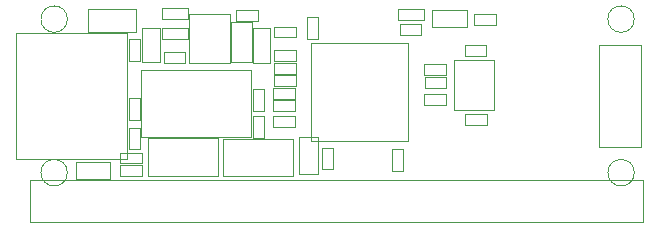
<source format=gbr>
%TF.GenerationSoftware,KiCad,Pcbnew,8.0.4*%
%TF.CreationDate,2024-08-29T23:33:12+05:30*%
%TF.ProjectId,Mitayi-Pico-RP2040,4d697461-7969-42d5-9069-636f2d525032,0.6*%
%TF.SameCoordinates,PX73df160PY5f2d3c0*%
%TF.FileFunction,Other,User*%
%FSLAX46Y46*%
G04 Gerber Fmt 4.6, Leading zero omitted, Abs format (unit mm)*
G04 Created by KiCad (PCBNEW 8.0.4) date 2024-08-29 23:33:12*
%MOMM*%
%LPD*%
G01*
G04 APERTURE LIST*
%ADD10C,0.050000*%
G04 APERTURE END LIST*
D10*
X30610000Y17870000D02*
X32810000Y17870000D01*
X30610000Y16930000D02*
X30610000Y17870000D01*
X32810000Y17870000D02*
X32810000Y16930000D01*
X32810000Y16930000D02*
X30610000Y16930000D01*
X33470000Y17760000D02*
X36430000Y17760000D01*
X33470000Y16300000D02*
X33470000Y17760000D01*
X36430000Y17760000D02*
X36430000Y16300000D01*
X36430000Y16300000D02*
X33470000Y16300000D01*
X36310000Y8970000D02*
X38130000Y8970000D01*
X36310000Y8050000D02*
X36310000Y8970000D01*
X38130000Y8970000D02*
X38130000Y8050000D01*
X38130000Y8050000D02*
X36310000Y8050000D01*
X24210000Y6100000D02*
X25130000Y6100000D01*
X24210000Y4280000D02*
X24210000Y6100000D01*
X25130000Y6100000D02*
X25130000Y4280000D01*
X25130000Y4280000D02*
X24210000Y4280000D01*
X8980000Y16290000D02*
X10440000Y16290000D01*
X8980000Y13330000D02*
X8980000Y16290000D01*
X10440000Y16290000D02*
X10440000Y13330000D01*
X10440000Y13330000D02*
X8980000Y13330000D01*
X30140000Y5990000D02*
X31060000Y5990000D01*
X30140000Y4170000D02*
X30140000Y5990000D01*
X31060000Y5990000D02*
X31060000Y4170000D01*
X31060000Y4170000D02*
X30140000Y4170000D01*
X20160000Y16365000D02*
X21980000Y16365000D01*
X20160000Y15445000D02*
X20160000Y16365000D01*
X21980000Y16365000D02*
X21980000Y15445000D01*
X21980000Y15445000D02*
X20160000Y15445000D01*
X7100000Y5700000D02*
X8920000Y5700000D01*
X7100000Y4780000D02*
X7100000Y5700000D01*
X8920000Y5700000D02*
X8920000Y4780000D01*
X8920000Y4780000D02*
X7100000Y4780000D01*
X18360000Y8780000D02*
X19300000Y8780000D01*
X18360000Y6920000D02*
X18360000Y8780000D01*
X19300000Y8780000D02*
X19300000Y6920000D01*
X19300000Y6920000D02*
X18360000Y6920000D01*
X37040000Y17430000D02*
X38900000Y17430000D01*
X37040000Y16490000D02*
X37040000Y17430000D01*
X38900000Y17430000D02*
X38900000Y16490000D01*
X38900000Y16490000D02*
X37040000Y16490000D01*
X50628034Y17000000D02*
G75*
G02*
X48391966Y17000000I-1118034J0D01*
G01*
X48391966Y17000000D02*
G75*
G02*
X50628034Y17000000I1118034J0D01*
G01*
X32850000Y10690000D02*
X34710000Y10690000D01*
X32850000Y9750000D02*
X32850000Y10690000D01*
X34710000Y10690000D02*
X34710000Y9750000D01*
X34710000Y9750000D02*
X32850000Y9750000D01*
X22910000Y17140000D02*
X23830000Y17140000D01*
X22910000Y15320000D02*
X22910000Y17140000D01*
X23830000Y17140000D02*
X23830000Y15320000D01*
X23830000Y15320000D02*
X22910000Y15320000D01*
X23250000Y14940000D02*
X23250000Y6700000D01*
X23250000Y6700000D02*
X31490000Y6700000D01*
X31490000Y14940000D02*
X23250000Y14940000D01*
X31490000Y6700000D02*
X31490000Y14940000D01*
X20120000Y12295000D02*
X21980000Y12295000D01*
X20120000Y11355000D02*
X20120000Y12295000D01*
X21980000Y12295000D02*
X21980000Y11355000D01*
X21980000Y11355000D02*
X20120000Y11355000D01*
X32860000Y13210000D02*
X34680000Y13210000D01*
X32860000Y12290000D02*
X32860000Y13210000D01*
X34680000Y13210000D02*
X34680000Y12290000D01*
X34680000Y12290000D02*
X32860000Y12290000D01*
X8900000Y12720000D02*
X8900000Y7000000D01*
X8900000Y7000000D02*
X18200000Y7000000D01*
X18200000Y12720000D02*
X8900000Y12720000D01*
X18200000Y7000000D02*
X18200000Y12720000D01*
X20065000Y11180000D02*
X21885000Y11180000D01*
X20065000Y10260000D02*
X20065000Y11180000D01*
X21885000Y11180000D02*
X21885000Y10260000D01*
X21885000Y10260000D02*
X20065000Y10260000D01*
X18360000Y11110000D02*
X19300000Y11110000D01*
X18360000Y9250000D02*
X18360000Y11110000D01*
X19300000Y11110000D02*
X19300000Y9250000D01*
X19300000Y9250000D02*
X18360000Y9250000D01*
X20150000Y14390000D02*
X21970000Y14390000D01*
X20150000Y13470000D02*
X20150000Y14390000D01*
X21970000Y14390000D02*
X21970000Y13470000D01*
X21970000Y13470000D02*
X20150000Y13470000D01*
X7840000Y7820000D02*
X8760000Y7820000D01*
X7840000Y6000000D02*
X7840000Y7820000D01*
X8760000Y7820000D02*
X8760000Y6000000D01*
X8760000Y6000000D02*
X7840000Y6000000D01*
X47600000Y14800000D02*
X47600000Y6150000D01*
X47600000Y6150000D02*
X51200000Y6150000D01*
X51200000Y14800000D02*
X47600000Y14800000D01*
X51200000Y6150000D02*
X51200000Y14800000D01*
X10650000Y17970000D02*
X12850000Y17970000D01*
X10650000Y17030000D02*
X10650000Y17970000D01*
X12850000Y17970000D02*
X12850000Y17030000D01*
X12850000Y17030000D02*
X10650000Y17030000D01*
X16880000Y17770000D02*
X18740000Y17770000D01*
X16880000Y16830000D02*
X16880000Y17770000D01*
X18740000Y17770000D02*
X18740000Y16830000D01*
X18740000Y16830000D02*
X16880000Y16830000D01*
X32870000Y12090000D02*
X34690000Y12090000D01*
X32870000Y11170000D02*
X32870000Y12090000D01*
X34690000Y12090000D02*
X34690000Y11170000D01*
X34690000Y11170000D02*
X32870000Y11170000D01*
X30780000Y16560000D02*
X32600000Y16560000D01*
X30780000Y15640000D02*
X30780000Y16560000D01*
X32600000Y16560000D02*
X32600000Y15640000D01*
X32600000Y15640000D02*
X30780000Y15640000D01*
X18350000Y16270000D02*
X19810000Y16270000D01*
X18350000Y13310000D02*
X18350000Y16270000D01*
X19810000Y16270000D02*
X19810000Y13310000D01*
X19810000Y13310000D02*
X18350000Y13310000D01*
X50628034Y4000000D02*
G75*
G02*
X48391966Y4000000I-1118034J0D01*
G01*
X48391966Y4000000D02*
G75*
G02*
X50628034Y4000000I1118034J0D01*
G01*
X-1720000Y15830000D02*
X-1720000Y5190000D01*
X7700000Y15830000D02*
X-1720000Y15830000D01*
X7700000Y15830000D02*
X7700000Y5190000D01*
X7700000Y5190000D02*
X-1720000Y5190000D01*
X22235000Y3890000D02*
X22235000Y6990000D01*
X22235000Y3890000D02*
X23835000Y3890000D01*
X23835000Y6990000D02*
X22235000Y6990000D01*
X23835000Y6990000D02*
X23835000Y3890000D01*
X10770000Y14220000D02*
X12590000Y14220000D01*
X10770000Y13300000D02*
X10770000Y14220000D01*
X12590000Y14220000D02*
X12590000Y13300000D01*
X12590000Y13300000D02*
X10770000Y13300000D01*
X10650000Y16220000D02*
X12850000Y16220000D01*
X10650000Y15280000D02*
X10650000Y16220000D01*
X12850000Y16220000D02*
X12850000Y15280000D01*
X12850000Y15280000D02*
X10650000Y15280000D01*
X7830000Y10280000D02*
X8770000Y10280000D01*
X7830000Y8420000D02*
X7830000Y10280000D01*
X8770000Y10280000D02*
X8770000Y8420000D01*
X8770000Y8420000D02*
X7830000Y8420000D01*
X35350000Y13530000D02*
X35350000Y9330000D01*
X35350000Y9330000D02*
X38750000Y9330000D01*
X38750000Y13530000D02*
X35350000Y13530000D01*
X38750000Y9330000D02*
X38750000Y13530000D01*
X7050000Y4640000D02*
X8910000Y4640000D01*
X7050000Y3700000D02*
X7050000Y4640000D01*
X8910000Y4640000D02*
X8910000Y3700000D01*
X8910000Y3700000D02*
X7050000Y3700000D01*
X4400000Y15950000D02*
X4400000Y17850000D01*
X8400000Y17850000D02*
X4400000Y17850000D01*
X8400000Y15950000D02*
X4400000Y15950000D01*
X8400000Y15950000D02*
X8400000Y17850000D01*
X3320000Y4930000D02*
X6280000Y4930000D01*
X3320000Y3470000D02*
X3320000Y4930000D01*
X6280000Y4930000D02*
X6280000Y3470000D01*
X6280000Y3470000D02*
X3320000Y3470000D01*
X2628034Y17000000D02*
G75*
G02*
X391966Y17000000I-1118034J0D01*
G01*
X391966Y17000000D02*
G75*
G02*
X2628034Y17000000I1118034J0D01*
G01*
X2628034Y4000000D02*
G75*
G02*
X391966Y4000000I-1118034J0D01*
G01*
X391966Y4000000D02*
G75*
G02*
X2628034Y4000000I1118034J0D01*
G01*
X9450000Y6900000D02*
X15350000Y6900000D01*
X15350000Y3700000D01*
X9450000Y3700000D01*
X9450000Y6900000D01*
X36280000Y14790000D02*
X38100000Y14790000D01*
X36280000Y13870000D02*
X36280000Y14790000D01*
X38100000Y14790000D02*
X38100000Y13870000D01*
X38100000Y13870000D02*
X36280000Y13870000D01*
X20060000Y10180000D02*
X21880000Y10180000D01*
X20060000Y9260000D02*
X20060000Y10180000D01*
X21880000Y10180000D02*
X21880000Y9260000D01*
X21880000Y9260000D02*
X20060000Y9260000D01*
X20120000Y13295000D02*
X21980000Y13295000D01*
X20120000Y12355000D02*
X20120000Y13295000D01*
X21980000Y13295000D02*
X21980000Y12355000D01*
X21980000Y12355000D02*
X20120000Y12355000D01*
X-500000Y3400000D02*
X-500000Y-200000D01*
X-500000Y-200000D02*
X51350000Y-200000D01*
X51350000Y3400000D02*
X-500000Y3400000D01*
X51350000Y-200000D02*
X51350000Y3400000D01*
X16520000Y16735000D02*
X18280000Y16735000D01*
X16520000Y13335000D02*
X16520000Y16735000D01*
X18280000Y16735000D02*
X18280000Y13335000D01*
X18280000Y13335000D02*
X16520000Y13335000D01*
X7830000Y15330000D02*
X8770000Y15330000D01*
X7830000Y13470000D02*
X7830000Y15330000D01*
X8770000Y15330000D02*
X8770000Y13470000D01*
X8770000Y13470000D02*
X7830000Y13470000D01*
X12970000Y17400000D02*
X12970000Y13300000D01*
X12970000Y13300000D02*
X16370000Y13300000D01*
X16370000Y17400000D02*
X12970000Y17400000D01*
X16370000Y13300000D02*
X16370000Y17400000D01*
X20040000Y8800000D02*
X21900000Y8800000D01*
X20040000Y7860000D02*
X20040000Y8800000D01*
X21900000Y8800000D02*
X21900000Y7860000D01*
X21900000Y7860000D02*
X20040000Y7860000D01*
X21715000Y3685000D02*
X15815000Y3685000D01*
X15815000Y6885000D01*
X21715000Y6885000D01*
X21715000Y3685000D01*
M02*

</source>
